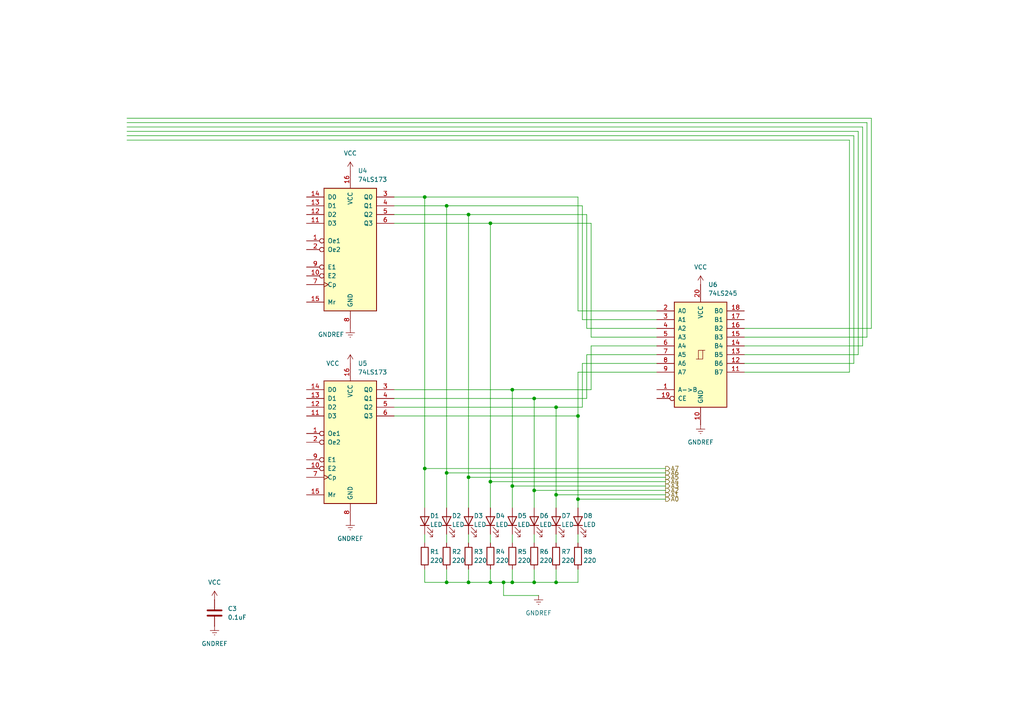
<source format=kicad_sch>
(kicad_sch (version 20231120) (generator "eeschema") (generator_version "8.0")
  (paper "A4")
  (lib_symbols
    (symbol "74xx:74LS173" (pin_names (offset 1.016))
      (property "Reference" "U" (at -7.62 19.05 0))
      (property "Value" "74LS173" (at -7.62 -19.05 0))
      (symbol "74LS173_1_0"
        (pin input inverted (at -12.7 2.54 0) (length 5.08) (name "Oe1") (number "1"))
        (pin input inverted (at -12.7 -7.62 0) (length 5.08) (name "E2") (number "10"))
        (pin input line (at -12.7 7.62 0) (length 5.08) (name "D3") (number "11"))
        (pin input line (at -12.7 10.16 0) (length 5.08) (name "D2") (number "12"))
        (pin input line (at -12.7 12.7 0) (length 5.08) (name "D1") (number "13"))
        (pin input line (at -12.7 15.24 0) (length 5.08) (name "D0") (number "14"))
        (pin input line (at -12.7 -15.24 0) (length 5.08) (name "Mr") (number "15"))
        (pin power_in line (at 0 22.86 270) (length 5.08) (name "VCC") (number "16"))
        (pin input inverted (at -12.7 0 0) (length 5.08) (name "Oe2") (number "2"))
        (pin tri_state line (at 12.7 15.24 180) (length 5.08) (name "Q0") (number "3"))
        (pin tri_state line (at 12.7 12.7 180) (length 5.08) (name "Q1") (number "4"))
        (pin tri_state line (at 12.7 10.16 180) (length 5.08) (name "Q2") (number "5"))
        (pin tri_state line (at 12.7 7.62 180) (length 5.08) (name "Q3") (number "6"))
        (pin input clock (at -12.7 -10.16 0) (length 5.08) (name "Cp") (number "7"))
        (pin power_in line (at 0 -22.86 90) (length 5.08) (name "GND") (number "8"))
        (pin input inverted (at -12.7 -5.08 0) (length 5.08) (name "E1") (number "9"))
      )
      (symbol "74LS173_1_1"
        (rectangle (start -7.62 17.78) (end 7.62 -17.78) (stroke (width 0.254)) (fill (type background)))
      )
    )
    (symbol "74xx:74LS245" (pin_names (offset 1.016))
      (property "Reference" "U" (at -7.62 16.51 0))
      (property "Value" "74LS245" (at -7.62 -16.51 0))
      (symbol "74LS245_1_0"
        (polyline (pts (xy -0.635 -1.27) (xy -0.635 1.27) (xy 0.635 1.27)))
        (polyline (pts (xy -1.27 -1.27) (xy 0.635 -1.27) (xy 0.635 1.27) (xy 1.27 1.27)))
        (pin input line (at -12.7 -10.16 0) (length 5.08) (name "A->B") (number "1"))
        (pin power_in line (at 0 -20.32 90) (length 5.08) (name "GND") (number "10"))
        (pin tri_state line (at 12.7 -5.08 180) (length 5.08) (name "B7") (number "11"))
        (pin tri_state line (at 12.7 -2.54 180) (length 5.08) (name "B6") (number "12"))
        (pin tri_state line (at 12.7 0 180) (length 5.08) (name "B5") (number "13"))
        (pin tri_state line (at 12.7 2.54 180) (length 5.08) (name "B4") (number "14"))
        (pin tri_state line (at 12.7 5.08 180) (length 5.08) (name "B3") (number "15"))
        (pin tri_state line (at 12.7 7.62 180) (length 5.08) (name "B2") (number "16"))
        (pin tri_state line (at 12.7 10.16 180) (length 5.08) (name "B1") (number "17"))
        (pin tri_state line (at 12.7 12.7 180) (length 5.08) (name "B0") (number "18"))
        (pin input inverted (at -12.7 -12.7 0) (length 5.08) (name "CE") (number "19"))
        (pin tri_state line (at -12.7 12.7 0) (length 5.08) (name "A0") (number "2"))
        (pin power_in line (at 0 20.32 270) (length 5.08) (name "VCC") (number "20"))
        (pin tri_state line (at -12.7 10.16 0) (length 5.08) (name "A1") (number "3"))
        (pin tri_state line (at -12.7 7.62 0) (length 5.08) (name "A2") (number "4"))
        (pin tri_state line (at -12.7 5.08 0) (length 5.08) (name "A3") (number "5"))
        (pin tri_state line (at -12.7 2.54 0) (length 5.08) (name "A4") (number "6"))
        (pin tri_state line (at -12.7 0 0) (length 5.08) (name "A5") (number "7"))
        (pin tri_state line (at -12.7 -2.54 0) (length 5.08) (name "A6") (number "8"))
        (pin tri_state line (at -12.7 -5.08 0) (length 5.08) (name "A7") (number "9"))
      )
      (symbol "74LS245_1_1"
        (rectangle (start -7.62 15.24) (end 7.62 -15.24) (stroke (width 0.254)) (fill (type background)))
      )
    )
    (symbol "Device:C" (pin_numbers hide) (pin_names (offset 0.254))
      (property "Reference" "C" (at 0.635 2.54 0))
      (property "Value" "C" (at 0.635 -2.54 0))
      (symbol "C_0_1"
        (polyline (pts (xy -2.032 -0.762) (xy 2.032 -0.762)) (stroke (width 0.508)))
        (polyline (pts (xy -2.032 0.762) (xy 2.032 0.762)) (stroke (width 0.508)))
      )
      (symbol "C_1_1"
        (pin passive line (at 0 3.81 270) (length 2.794) (name "~") (number "1"))
        (pin passive line (at 0 -3.81 90) (length 2.794) (name "~") (number "2"))
      )
    )
    (symbol "Device:LED" (pin_numbers hide) (pin_names (offset 1.016) hide)
      (property "Reference" "D" (at 0 2.54 0))
      (property "Value" "LED" (at 0 -2.54 0))
      (symbol "LED_0_1"
        (polyline (pts (xy -1.27 -1.27) (xy -1.27 1.27)) (stroke (width 0.254)))
        (polyline (pts (xy -1.27 0) (xy 1.27 0)))
        (polyline (pts (xy 1.27 -1.27) (xy 1.27 1.27) (xy -1.27 0) (xy 1.27 -1.27)) (stroke (width 0.254)))
        (polyline (pts (xy -3.048 -0.762) (xy -4.572 -2.286) (xy -3.81 -2.286) (xy -4.572 -2.286) (xy -4.572 -1.524)))
        (polyline (pts (xy -1.778 -0.762) (xy -3.302 -2.286) (xy -2.54 -2.286) (xy -3.302 -2.286) (xy -3.302 -1.524)))
      )
      (symbol "LED_1_1"
        (pin passive line (at -3.81 0 0) (length 2.54) (name "K") (number "1"))
        (pin passive line (at 3.81 0 180) (length 2.54) (name "A") (number "2"))
      )
    )
    (symbol "Device:R" (pin_numbers hide) (pin_names (offset 0))
      (property "Reference" "R" (at 2.032 0 90))
      (property "Value" "R" (at 0 0 90))
      (symbol "R_0_1"
        (rectangle (start -1.016 -2.54) (end 1.016 2.54) (stroke (width 0.254)))
      )
      (symbol "R_1_1"
        (pin passive line (at 0 3.81 270) (length 1.27) (name "~") (number "1"))
        (pin passive line (at 0 -3.81 90) (length 1.27) (name "~") (number "2"))
      )
    )
    (symbol "power:GNDREF" (power) (pin_numbers hide) (pin_names (offset 0) hide)
      (property "Value" "GNDREF" (at 0 -3.81 0))
      (symbol "GNDREF_0_1"
        (polyline (pts (xy -0.635 -1.905) (xy 0.635 -1.905)))
        (polyline (pts (xy -0.127 -2.54) (xy 0.127 -2.54)))
        (polyline (pts (xy 0 -1.27) (xy 0 0)))
        (polyline (pts (xy 1.27 -1.27) (xy -1.27 -1.27)))
      )
      (symbol "GNDREF_1_1"
        (pin power_in line (at 0 0 270) (length 0) (name "~") (number "1"))
      )
    )
    (symbol "power:VCC" (power) (pin_numbers hide) (pin_names (offset 0) hide)
      (property "Value" "VCC" (at 0 3.556 0))
      (symbol "VCC_0_1"
        (polyline (pts (xy -0.762 1.27) (xy 0 2.54)))
        (polyline (pts (xy 0 0) (xy 0 2.54)))
        (polyline (pts (xy 0 2.54) (xy 0.762 1.27)))
      )
      (symbol "VCC_1_1"
        (pin power_in line (at 0 0 90) (length 0) (name "~") (number "1"))
      )
    )
  )
  (junction (at 135.89 168.91))
  (junction (at 161.29 118.11))
  (junction (at 142.24 64.77))
  (junction (at 148.59 140.97))
  (junction (at 129.54 137.16))
  (junction (at 161.29 143.51))
  (junction (at 142.24 168.91))
  (junction (at 135.89 138.43))
  (junction (at 146.05 168.91))
  (junction (at 161.29 168.91))
  (junction (at 148.59 113.03))
  (junction (at 123.19 135.89))
  (junction (at 129.54 59.69))
  (junction (at 167.64 144.78))
  (junction (at 148.59 168.91))
  (junction (at 154.94 142.24))
  (junction (at 135.89 62.23))
  (junction (at 154.94 168.91))
  (junction (at 167.64 120.65))
  (junction (at 129.54 168.91))
  (junction (at 123.19 57.15))
  (junction (at 154.94 115.57))
  (junction (at 142.24 139.7))
  (wire (pts (xy 114.3 113.03) (xy 148.59 113.03)))
  (wire (pts (xy 170.18 95.25) (xy 170.18 62.23)))
  (wire (pts (xy 154.94 142.24) (xy 154.94 147.32)))
  (wire (pts (xy 154.94 165.1) (xy 154.94 168.91)))
  (wire (pts (xy 36.83 40.64) (xy 246.38 40.64)))
  (wire (pts (xy 167.64 90.17) (xy 190.5 90.17)))
  (wire (pts (xy 135.89 154.94) (xy 135.89 157.48)))
  (wire (pts (xy 154.94 168.91) (xy 148.59 168.91)))
  (wire (pts (xy 135.89 62.23) (xy 135.89 138.43)))
  (wire (pts (xy 142.24 64.77) (xy 171.45 64.77)))
  (wire (pts (xy 36.83 38.1) (xy 248.92 38.1)))
  (wire (pts (xy 129.54 59.69) (xy 168.91 59.69)))
  (wire (pts (xy 170.18 95.25) (xy 190.5 95.25)))
  (wire (pts (xy 129.54 154.94) (xy 129.54 157.48)))
  (wire (pts (xy 171.45 64.77) (xy 171.45 97.79)))
  (wire (pts (xy 154.94 115.57) (xy 154.94 142.24)))
  (wire (pts (xy 167.64 120.65) (xy 167.64 107.95)))
  (wire (pts (xy 129.54 59.69) (xy 129.54 137.16)))
  (wire (pts (xy 168.91 105.41) (xy 168.91 118.11)))
  (wire (pts (xy 167.64 144.78) (xy 193.04 144.78)))
  (wire (pts (xy 167.64 168.91) (xy 161.29 168.91)))
  (wire (pts (xy 215.9 95.25) (xy 252.73 95.25)))
  (wire (pts (xy 114.3 57.15) (xy 123.19 57.15)))
  (wire (pts (xy 142.24 64.77) (xy 142.24 139.7)))
  (wire (pts (xy 129.54 147.32) (xy 129.54 137.16)))
  (wire (pts (xy 170.18 102.87) (xy 190.5 102.87)))
  (wire (pts (xy 36.83 34.29) (xy 252.73 34.29)))
  (wire (pts (xy 154.94 115.57) (xy 170.18 115.57)))
  (wire (pts (xy 114.3 120.65) (xy 167.64 120.65)))
  (wire (pts (xy 142.24 147.32) (xy 142.24 139.7)))
  (wire (pts (xy 142.24 139.7) (xy 193.04 139.7)))
  (wire (pts (xy 215.9 100.33) (xy 250.19 100.33)))
  (wire (pts (xy 135.89 147.32) (xy 135.89 138.43)))
  (wire (pts (xy 161.29 168.91) (xy 154.94 168.91)))
  (wire (pts (xy 215.9 97.79) (xy 251.46 97.79)))
  (wire (pts (xy 142.24 165.1) (xy 142.24 168.91)))
  (wire (pts (xy 123.19 57.15) (xy 167.64 57.15)))
  (wire (pts (xy 129.54 137.16) (xy 193.04 137.16)))
  (wire (pts (xy 123.19 57.15) (xy 123.19 135.89)))
  (wire (pts (xy 167.64 57.15) (xy 167.64 90.17)))
  (wire (pts (xy 161.29 118.11) (xy 168.91 118.11)))
  (wire (pts (xy 148.59 140.97) (xy 193.04 140.97)))
  (wire (pts (xy 142.24 168.91) (xy 146.05 168.91)))
  (wire (pts (xy 168.91 105.41) (xy 190.5 105.41)))
  (wire (pts (xy 123.19 168.91) (xy 129.54 168.91)))
  (wire (pts (xy 123.19 135.89) (xy 193.04 135.89)))
  (wire (pts (xy 135.89 165.1) (xy 135.89 168.91)))
  (wire (pts (xy 248.92 102.87) (xy 248.92 38.1)))
  (wire (pts (xy 135.89 138.43) (xy 193.04 138.43)))
  (wire (pts (xy 168.91 59.69) (xy 168.91 92.71)))
  (wire (pts (xy 161.29 143.51) (xy 193.04 143.51)))
  (wire (pts (xy 123.19 147.32) (xy 123.19 135.89)))
  (wire (pts (xy 129.54 165.1) (xy 129.54 168.91)))
  (wire (pts (xy 161.29 165.1) (xy 161.29 168.91)))
  (wire (pts (xy 146.05 168.91) (xy 146.05 172.72)))
  (wire (pts (xy 171.45 97.79) (xy 190.5 97.79)))
  (wire (pts (xy 171.45 113.03) (xy 171.45 100.33)))
  (wire (pts (xy 171.45 100.33) (xy 190.5 100.33)))
  (wire (pts (xy 135.89 168.91) (xy 142.24 168.91)))
  (wire (pts (xy 114.3 64.77) (xy 142.24 64.77)))
  (wire (pts (xy 114.3 115.57) (xy 154.94 115.57)))
  (wire (pts (xy 161.29 154.94) (xy 161.29 157.48)))
  (wire (pts (xy 148.59 168.91) (xy 146.05 168.91)))
  (wire (pts (xy 246.38 107.95) (xy 246.38 40.64)))
  (wire (pts (xy 129.54 168.91) (xy 135.89 168.91)))
  (wire (pts (xy 114.3 59.69) (xy 129.54 59.69)))
  (wire (pts (xy 154.94 142.24) (xy 193.04 142.24)))
  (wire (pts (xy 170.18 62.23) (xy 135.89 62.23)))
  (wire (pts (xy 167.64 154.94) (xy 167.64 157.48)))
  (wire (pts (xy 146.05 172.72) (xy 156.21 172.72)))
  (wire (pts (xy 123.19 165.1) (xy 123.19 168.91)))
  (wire (pts (xy 250.19 100.33) (xy 250.19 36.83)))
  (wire (pts (xy 123.19 154.94) (xy 123.19 157.48)))
  (wire (pts (xy 148.59 165.1) (xy 148.59 168.91)))
  (wire (pts (xy 154.94 154.94) (xy 154.94 157.48)))
  (wire (pts (xy 148.59 140.97) (xy 148.59 147.32)))
  (wire (pts (xy 167.64 144.78) (xy 167.64 147.32)))
  (wire (pts (xy 167.64 107.95) (xy 190.5 107.95)))
  (wire (pts (xy 247.65 105.41) (xy 247.65 39.37)))
  (wire (pts (xy 161.29 118.11) (xy 161.29 143.51)))
  (wire (pts (xy 251.46 97.79) (xy 251.46 35.56)))
  (wire (pts (xy 148.59 113.03) (xy 171.45 113.03)))
  (wire (pts (xy 168.91 92.71) (xy 190.5 92.71)))
  (wire (pts (xy 252.73 95.25) (xy 252.73 34.29)))
  (wire (pts (xy 215.9 107.95) (xy 246.38 107.95)))
  (wire (pts (xy 114.3 118.11) (xy 161.29 118.11)))
  (wire (pts (xy 36.83 36.83) (xy 250.19 36.83)))
  (wire (pts (xy 167.64 120.65) (xy 167.64 144.78)))
  (wire (pts (xy 36.83 35.56) (xy 251.46 35.56)))
  (wire (pts (xy 170.18 115.57) (xy 170.18 102.87)))
  (wire (pts (xy 215.9 102.87) (xy 248.92 102.87)))
  (wire (pts (xy 36.83 39.37) (xy 247.65 39.37)))
  (wire (pts (xy 167.64 165.1) (xy 167.64 168.91)))
  (wire (pts (xy 114.3 62.23) (xy 135.89 62.23)))
  (wire (pts (xy 148.59 154.94) (xy 148.59 157.48)))
  (wire (pts (xy 161.29 143.51) (xy 161.29 147.32)))
  (wire (pts (xy 142.24 154.94) (xy 142.24 157.48)))
  (wire (pts (xy 215.9 105.41) (xy 247.65 105.41)))
  (wire (pts (xy 148.59 113.03) (xy 148.59 140.97)))
  (hierarchical_label "A4" (shape output) (at 193.04 139.7 0))
  (hierarchical_label "A6" (shape output) (at 193.04 137.16 0))
  (hierarchical_label "A1" (shape output) (at 193.04 143.51 0))
  (hierarchical_label "A0" (shape output) (at 193.04 144.78 0))
  (hierarchical_label "A3" (shape output) (at 193.04 140.97 0))
  (hierarchical_label "A7" (shape output) (at 193.04 135.89 0))
  (hierarchical_label "A5" (shape output) (at 193.04 138.43 0))
  (hierarchical_label "A2" (shape output) (at 193.04 142.24 0))
  (symbol (lib_id "power:VCC") (at 101.6 49.53 0) (unit 1)
    (property "Reference" "#PWR016" (effects (hide yes)))
    (property "Value" "VCC" (at 101.6 44.45 0))
    (property "Description" "Power symbol creates a global label with name \"VCC\"" (effects (hide yes)))
  )
  (symbol (lib_id "Device:LED") (at 154.94 151.13 90) (unit 1)
    (property "Reference" "D6" (at 156.464 149.606 90) (effects (justify right)))
    (property "Value" "LED" (at 156.464 152.146 90) (effects (justify right)))
    (property "Footprint" "LED_SMD:LED_1206_3216Metric_Pad1.42x1.75mm_HandSolder" (effects (hide yes)))
    (property "Description" "Light emitting diode" (effects (hide yes)))
  )
  (symbol (lib_id "power:VCC") (at 203.2 82.55 0) (unit 1)
    (property "Reference" "#PWR017" (effects (hide yes)))
    (property "Value" "VCC" (at 203.2 77.47 0))
    (property "Description" "Power symbol creates a global label with name \"VCC\"" (effects (hide yes)))
  )
  (symbol (lib_id "Device:LED") (at 161.29 151.13 90) (unit 1)
    (property "Reference" "D7" (at 162.814 149.606 90) (effects (justify right)))
    (property "Value" "LED" (at 162.814 152.146 90) (effects (justify right)))
    (property "Footprint" "LED_SMD:LED_1206_3216Metric_Pad1.42x1.75mm_HandSolder" (effects (hide yes)))
    (property "Description" "Light emitting diode" (effects (hide yes)))
  )
  (symbol (lib_id "Device:R") (at 161.29 161.29 0) (unit 1)
    (property "Reference" "R7" (at 162.814 160.02 0) (effects (justify left)))
    (property "Value" "220" (at 162.814 162.56 0) (effects (justify left)))
    (property "Footprint" "Resistor_SMD:R_1206_3216Metric_Pad1.30x1.75mm_HandSolder" (effects (hide yes)))
    (property "Description" "Resistor" (effects (hide yes)))
  )
  (symbol (lib_id "Device:R") (at 135.89 161.29 0) (unit 1)
    (property "Reference" "R3" (at 137.414 160.02 0) (effects (justify left)))
    (property "Value" "220" (at 137.414 162.56 0) (effects (justify left)))
    (property "Footprint" "Resistor_SMD:R_1206_3216Metric_Pad1.30x1.75mm_HandSolder" (effects (hide yes)))
    (property "Description" "Resistor" (effects (hide yes)))
  )
  (symbol (lib_id "power:VCC") (at 101.6 105.41 0) (unit 1)
    (property "Reference" "#PWR015" (effects (hide yes)))
    (property "Value" "VCC" (at 96.52 105.41 0))
    (property "Description" "Power symbol creates a global label with name \"VCC\"" (effects (hide yes)))
  )
  (symbol (lib_id "Device:R") (at 148.59 161.29 0) (unit 1)
    (property "Reference" "R5" (at 150.114 160.02 0) (effects (justify left)))
    (property "Value" "220" (at 150.114 162.56 0) (effects (justify left)))
    (property "Footprint" "Resistor_SMD:R_1206_3216Metric_Pad1.30x1.75mm_HandSolder" (effects (hide yes)))
    (property "Description" "Resistor" (effects (hide yes)))
  )
  (symbol (lib_id "74xx:74LS173") (at 101.6 72.39 0) (unit 1)
    (property "Reference" "U4" (at 103.7941 49.53 0) (effects (justify left)))
    (property "Value" "74LS173" (at 103.7941 52.07 0) (effects (justify left)))
    (property "Footprint" "Package_DIP:DIP-16_W7.62mm_Socket_LongPads" (effects (hide yes)))
    (property "Datasheet" "http://www.ti.com/lit/gpn/sn74LS173" (effects (hide yes)))
    (property "Description" "4-bit D-type Register, 3 state out" (effects (hide yes)))
  )
  (symbol (lib_id "power:GNDREF") (at 101.6 151.13 0) (unit 1)
    (property "Reference" "#PWR010" (effects (hide yes)))
    (property "Value" "GNDREF" (at 101.6 156.21 0))
    (property "Description" "Power symbol creates a global label with name \"GNDREF\" , reference supply ground" (effects (hide yes)))
  )
  (symbol (lib_id "power:GNDREF") (at 203.2 123.19 0) (unit 1)
    (property "Reference" "#PWR012" (effects (hide yes)))
    (property "Value" "GNDREF" (at 203.2 128.27 0))
    (property "Description" "Power symbol creates a global label with name \"GNDREF\" , reference supply ground" (effects (hide yes)))
  )
  (symbol (lib_id "Device:R") (at 167.64 161.29 0) (unit 1)
    (property "Reference" "R8" (at 169.164 160.02 0) (effects (justify left)))
    (property "Value" "220" (at 169.164 162.56 0) (effects (justify left)))
    (property "Footprint" "Resistor_SMD:R_1206_3216Metric_Pad1.30x1.75mm_HandSolder" (effects (hide yes)))
    (property "Description" "Resistor" (effects (hide yes)))
  )
  (symbol (lib_id "Device:LED") (at 148.59 151.13 90) (unit 1)
    (property "Reference" "D5" (at 150.114 149.606 90) (effects (justify right)))
    (property "Value" "LED" (at 150.114 152.146 90) (effects (justify right)))
    (property "Footprint" "LED_SMD:LED_1206_3216Metric_Pad1.42x1.75mm_HandSolder" (effects (hide yes)))
    (property "Description" "Light emitting diode" (effects (hide yes)))
  )
  (symbol (lib_id "Device:R") (at 129.54 161.29 0) (unit 1)
    (property "Reference" "R2" (at 131.064 160.02 0) (effects (justify left)))
    (property "Value" "220" (at 131.064 162.56 0) (effects (justify left)))
    (property "Footprint" "Resistor_SMD:R_1206_3216Metric_Pad1.30x1.75mm_HandSolder" (effects (hide yes)))
    (property "Description" "Resistor" (effects (hide yes)))
  )
  (symbol (lib_id "power:GNDREF") (at 156.21 172.72 0) (unit 1)
    (property "Reference" "#PWR09" (effects (hide yes)))
    (property "Value" "GNDREF" (at 156.21 177.8 0))
    (property "Description" "Power symbol creates a global label with name \"GNDREF\" , reference supply ground" (effects (hide yes)))
  )
  (symbol (lib_id "power:VCC") (at 62.23 173.99 0) (unit 1)
    (property "Reference" "#PWR014" (effects (hide yes)))
    (property "Value" "VCC" (at 62.23 168.91 0))
    (property "Description" "Power symbol creates a global label with name \"VCC\"" (effects (hide yes)))
  )
  (symbol (lib_id "power:GNDREF") (at 101.6 95.25 0) (unit 1)
    (property "Reference" "#PWR011" (effects (hide yes)))
    (property "Value" "GNDREF" (at 96.012 97.028 0))
    (property "Description" "Power symbol creates a global label with name \"GNDREF\" , reference supply ground" (effects (hide yes)))
  )
  (symbol (lib_id "74xx:74LS173") (at 101.6 128.27 0) (unit 1)
    (property "Reference" "U5" (at 103.7941 105.41 0) (effects (justify left)))
    (property "Value" "74LS173" (at 103.7941 107.95 0) (effects (justify left)))
    (property "Footprint" "Package_DIP:DIP-16_W7.62mm_Socket_LongPads" (effects (hide yes)))
    (property "Datasheet" "http://www.ti.com/lit/gpn/sn74LS173" (effects (hide yes)))
    (property "Description" "4-bit D-type Register, 3 state out" (effects (hide yes)))
  )
  (symbol (lib_id "Device:C") (at 62.23 177.8 0) (unit 1)
    (property "Reference" "C3" (at 66.04 176.5299 0) (effects (justify left)))
    (property "Value" "0.1uF" (at 66.04 179.0699 0) (effects (justify left)))
    (property "Footprint" "Capacitor_SMD:C_1206_3216Metric_Pad1.33x1.80mm_HandSolder" (effects (hide yes)))
    (property "Description" "Unpolarized capacitor" (effects (hide yes)))
  )
  (symbol (lib_id "Device:LED") (at 129.54 151.13 90) (unit 1)
    (property "Reference" "D2" (at 131.064 149.606 90) (effects (justify right)))
    (property "Value" "LED" (at 131.064 152.146 90) (effects (justify right)))
    (property "Footprint" "LED_SMD:LED_1206_3216Metric_Pad1.42x1.75mm_HandSolder" (effects (hide yes)))
    (property "Description" "Light emitting diode" (effects (hide yes)))
  )
  (symbol (lib_id "power:GNDREF") (at 62.23 181.61 0) (unit 1)
    (property "Reference" "#PWR013" (effects (hide yes)))
    (property "Value" "GNDREF" (at 62.23 186.69 0))
    (property "Description" "Power symbol creates a global label with name \"GNDREF\" , reference supply ground" (effects (hide yes)))
  )
  (symbol (lib_id "74xx:74LS245") (at 203.2 102.87 0) (unit 1)
    (property "Reference" "U6" (at 205.3941 82.55 0) (effects (justify left)))
    (property "Value" "74LS245" (at 205.3941 85.09 0) (effects (justify left)))
    (property "Footprint" "Package_DIP:DIP-20_W7.62mm_Socket_LongPads" (effects (hide yes)))
    (property "Datasheet" "http://www.ti.com/lit/gpn/sn74LS245" (effects (hide yes)))
    (property "Description" "Octal BUS Transceivers, 3-State outputs" (effects (hide yes)))
  )
  (symbol (lib_id "Device:LED") (at 142.24 151.13 90) (unit 1)
    (property "Reference" "D4" (at 143.764 149.606 90) (effects (justify right)))
    (property "Value" "LED" (at 143.764 152.146 90) (effects (justify right)))
    (property "Footprint" "LED_SMD:LED_1206_3216Metric_Pad1.42x1.75mm_HandSolder" (effects (hide yes)))
    (property "Description" "Light emitting diode" (effects (hide yes)))
  )
  (symbol (lib_id "Device:LED") (at 167.64 151.13 90) (unit 1)
    (property "Reference" "D8" (at 169.164 149.606 90) (effects (justify right)))
    (property "Value" "LED" (at 169.164 152.146 90) (effects (justify right)))
    (property "Footprint" "LED_SMD:LED_1206_3216Metric_Pad1.42x1.75mm_HandSolder" (effects (hide yes)))
    (property "Description" "Light emitting diode" (effects (hide yes)))
  )
  (symbol (lib_id "Device:R") (at 123.19 161.29 0) (unit 1)
    (property "Reference" "R1" (at 124.714 160.02 0) (effects (justify left)))
    (property "Value" "220" (at 124.714 162.56 0) (effects (justify left)))
    (property "Footprint" "Resistor_SMD:R_1206_3216Metric_Pad1.30x1.75mm_HandSolder" (effects (hide yes)))
    (property "Description" "Resistor" (effects (hide yes)))
  )
  (symbol (lib_id "Device:R") (at 154.94 161.29 0) (unit 1)
    (property "Reference" "R6" (at 156.464 160.02 0) (effects (justify left)))
    (property "Value" "220" (at 156.464 162.56 0) (effects (justify left)))
    (property "Footprint" "Resistor_SMD:R_1206_3216Metric_Pad1.30x1.75mm_HandSolder" (effects (hide yes)))
    (property "Description" "Resistor" (effects (hide yes)))
  )
  (symbol (lib_id "Device:LED") (at 123.19 151.13 90) (unit 1)
    (property "Reference" "D1" (at 124.714 149.606 90) (effects (justify right)))
    (property "Value" "LED" (at 124.714 152.146 90) (effects (justify right)))
    (property "Footprint" "LED_SMD:LED_1206_3216Metric_Pad1.42x1.75mm_HandSolder" (effects (hide yes)))
    (property "Description" "Light emitting diode" (effects (hide yes)))
  )
  (symbol (lib_id "Device:R") (at 142.24 161.29 0) (unit 1)
    (property "Reference" "R4" (at 143.764 160.02 0) (effects (justify left)))
    (property "Value" "220" (at 143.764 162.56 0) (effects (justify left)))
    (property "Footprint" "Resistor_SMD:R_1206_3216Metric_Pad1.30x1.75mm_HandSolder" (effects (hide yes)))
    (property "Description" "Resistor" (effects (hide yes)))
  )
  (symbol (lib_id "Device:LED") (at 135.89 151.13 90) (unit 1)
    (property "Reference" "D3" (at 137.414 149.606 90) (effects (justify right)))
    (property "Value" "LED" (at 137.414 152.146 90) (effects (justify right)))
    (property "Footprint" "LED_SMD:LED_1206_3216Metric_Pad1.42x1.75mm_HandSolder" (effects (hide yes)))
    (property "Description" "Light emitting diode" (effects (hide yes)))
  )
)
</source>
